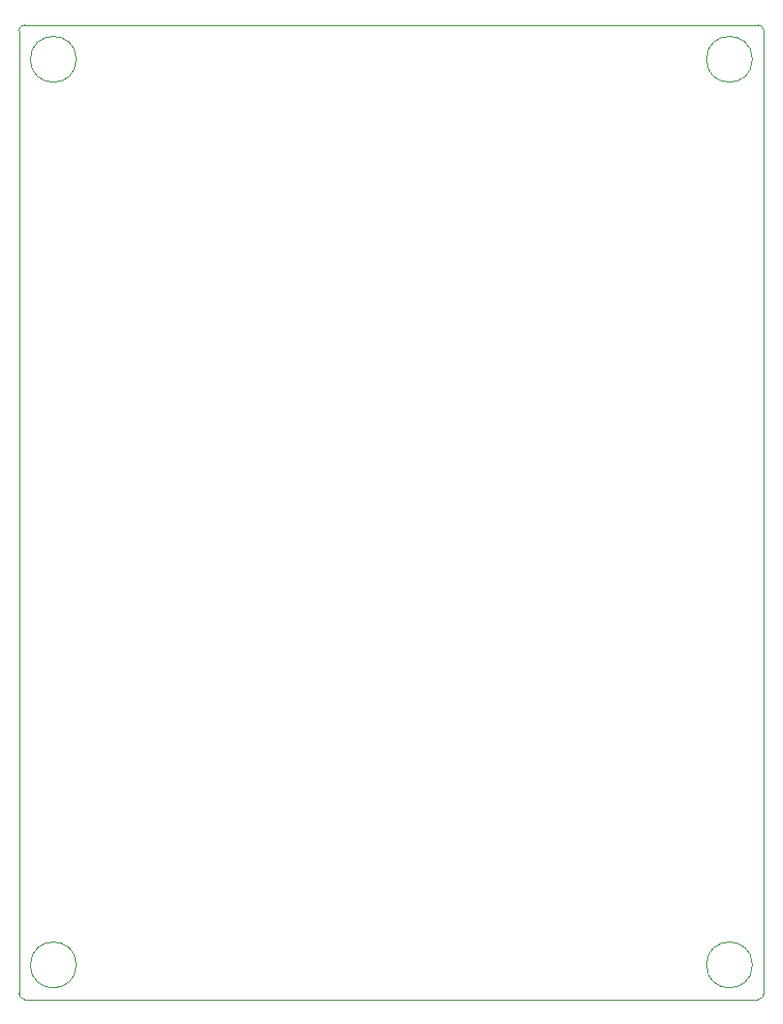
<source format=gbr>
%TF.GenerationSoftware,KiCad,Pcbnew,8.0.5*%
%TF.CreationDate,2024-10-10T13:47:41+03:00*%
%TF.ProjectId,kek,6b656b2e-6b69-4636-9164-5f7063625858,rev?*%
%TF.SameCoordinates,Original*%
%TF.FileFunction,Profile,NP*%
%FSLAX46Y46*%
G04 Gerber Fmt 4.6, Leading zero omitted, Abs format (unit mm)*
G04 Created by KiCad (PCBNEW 8.0.5) date 2024-10-10 13:47:41*
%MOMM*%
%LPD*%
G01*
G04 APERTURE LIST*
%TA.AperFunction,Profile*%
%ADD10C,0.050000*%
%TD*%
G04 APERTURE END LIST*
D10*
X100000000Y-60500000D02*
G75*
G02*
X100500000Y-60000000I500000J0D01*
G01*
X165000000Y-144500000D02*
X165000000Y-60500000D01*
X164000000Y-63000000D02*
G75*
G02*
X160000000Y-63000000I-2000000J0D01*
G01*
X160000000Y-63000000D02*
G75*
G02*
X164000000Y-63000000I2000000J0D01*
G01*
X164500000Y-60000000D02*
G75*
G02*
X165000000Y-60500000I0J-500000D01*
G01*
X165000000Y-144500000D02*
G75*
G02*
X164500000Y-145000000I-500000J0D01*
G01*
X100500000Y-145000000D02*
G75*
G02*
X100000000Y-144500000I0J500000D01*
G01*
X100500000Y-145000000D02*
X164500000Y-145000000D01*
X164000000Y-142000000D02*
G75*
G02*
X160000000Y-142000000I-2000000J0D01*
G01*
X160000000Y-142000000D02*
G75*
G02*
X164000000Y-142000000I2000000J0D01*
G01*
X105000000Y-142000000D02*
G75*
G02*
X101000000Y-142000000I-2000000J0D01*
G01*
X101000000Y-142000000D02*
G75*
G02*
X105000000Y-142000000I2000000J0D01*
G01*
X100500000Y-60000000D02*
X164500000Y-60000000D01*
X100000000Y-144500000D02*
X100000000Y-60500000D01*
X105000000Y-63000000D02*
G75*
G02*
X101000000Y-63000000I-2000000J0D01*
G01*
X101000000Y-63000000D02*
G75*
G02*
X105000000Y-63000000I2000000J0D01*
G01*
M02*

</source>
